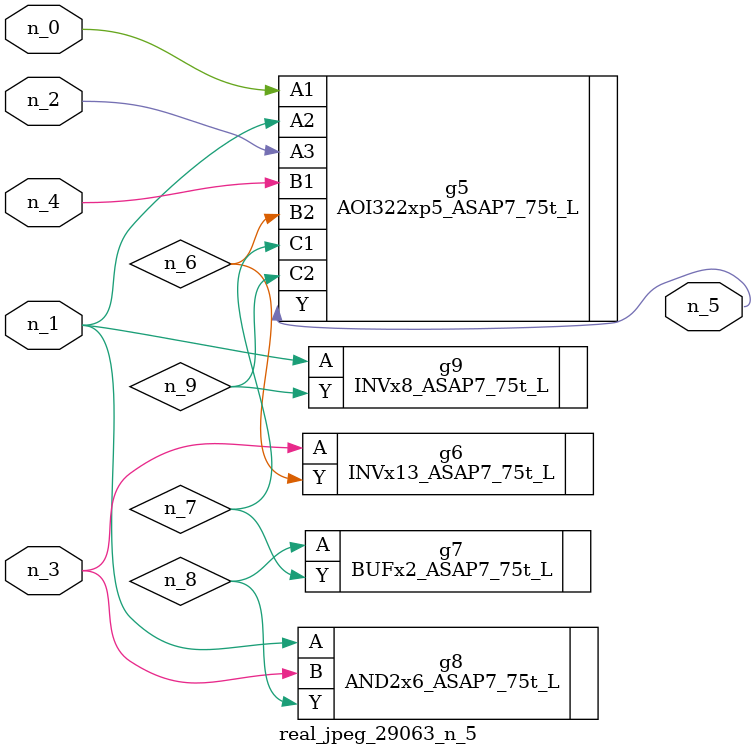
<source format=v>
module real_jpeg_29063_n_5 (n_4, n_0, n_1, n_2, n_3, n_5);

input n_4;
input n_0;
input n_1;
input n_2;
input n_3;

output n_5;

wire n_8;
wire n_6;
wire n_7;
wire n_9;

AOI322xp5_ASAP7_75t_L g5 ( 
.A1(n_0),
.A2(n_1),
.A3(n_2),
.B1(n_4),
.B2(n_6),
.C1(n_7),
.C2(n_9),
.Y(n_5)
);

AND2x6_ASAP7_75t_L g8 ( 
.A(n_1),
.B(n_3),
.Y(n_8)
);

INVx8_ASAP7_75t_L g9 ( 
.A(n_1),
.Y(n_9)
);

INVx13_ASAP7_75t_L g6 ( 
.A(n_3),
.Y(n_6)
);

BUFx2_ASAP7_75t_L g7 ( 
.A(n_8),
.Y(n_7)
);


endmodule
</source>
